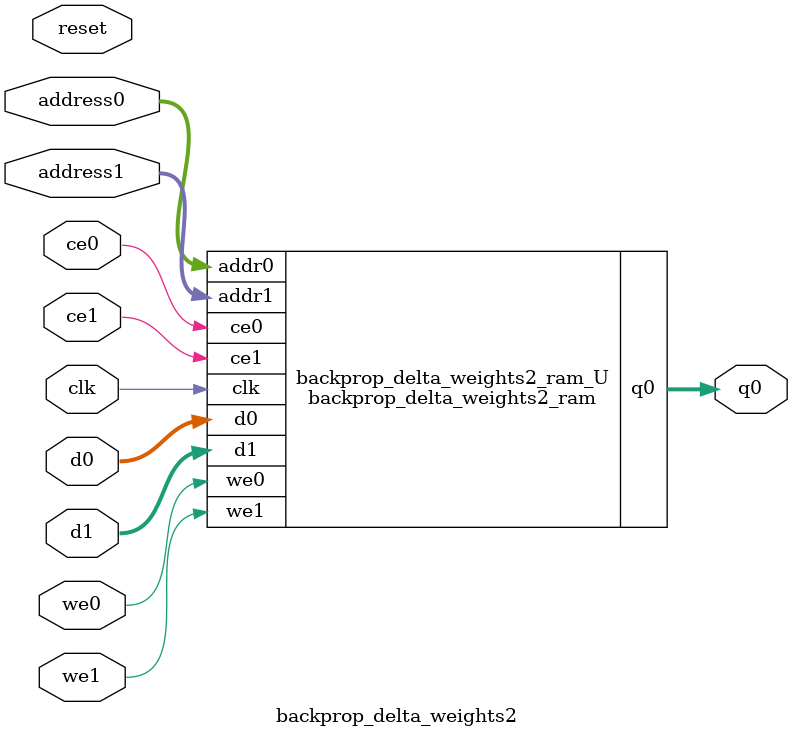
<source format=v>
`timescale 1 ns / 1 ps
module backprop_delta_weights2_ram (addr0, ce0, d0, we0, q0, addr1, ce1, d1, we1,  clk);

parameter DWIDTH = 64;
parameter AWIDTH = 12;
parameter MEM_SIZE = 4096;

input[AWIDTH-1:0] addr0;
input ce0;
input[DWIDTH-1:0] d0;
input we0;
output reg[DWIDTH-1:0] q0;
input[AWIDTH-1:0] addr1;
input ce1;
input[DWIDTH-1:0] d1;
input we1;
input clk;

reg [DWIDTH-1:0] ram[0:MEM_SIZE-1];




always @(posedge clk)  
begin 
    if (ce0) begin
        if (we0) 
            ram[addr0] <= d0; 
        q0 <= ram[addr0];
    end
end


always @(posedge clk)  
begin 
    if (ce1) begin
        if (we1) 
            ram[addr1] <= d1; 
    end
end


endmodule

`timescale 1 ns / 1 ps
module backprop_delta_weights2(
    reset,
    clk,
    address0,
    ce0,
    we0,
    d0,
    q0,
    address1,
    ce1,
    we1,
    d1);

parameter DataWidth = 32'd64;
parameter AddressRange = 32'd4096;
parameter AddressWidth = 32'd12;
input reset;
input clk;
input[AddressWidth - 1:0] address0;
input ce0;
input we0;
input[DataWidth - 1:0] d0;
output[DataWidth - 1:0] q0;
input[AddressWidth - 1:0] address1;
input ce1;
input we1;
input[DataWidth - 1:0] d1;



backprop_delta_weights2_ram backprop_delta_weights2_ram_U(
    .clk( clk ),
    .addr0( address0 ),
    .ce0( ce0 ),
    .we0( we0 ),
    .d0( d0 ),
    .q0( q0 ),
    .addr1( address1 ),
    .ce1( ce1 ),
    .we1( we1 ),
    .d1( d1 ));

endmodule


</source>
